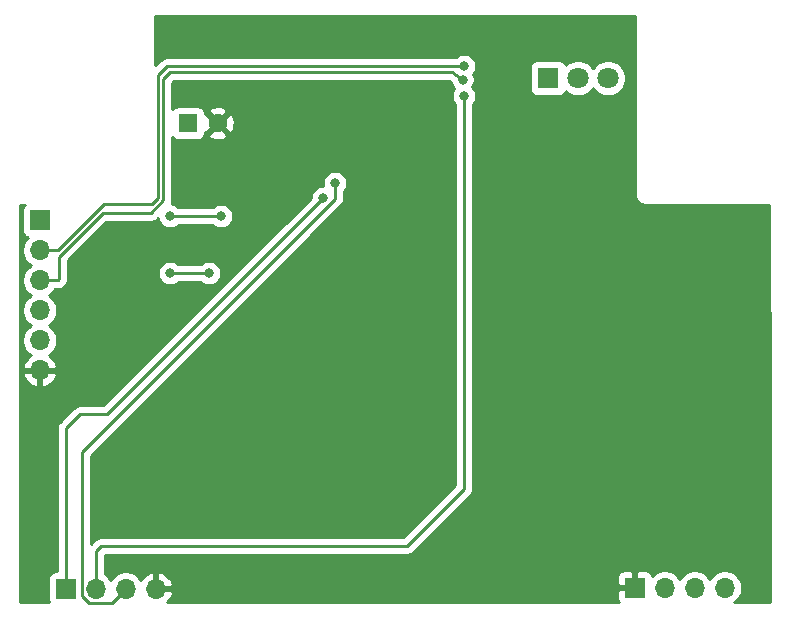
<source format=gbr>
%TF.GenerationSoftware,KiCad,Pcbnew,5.1.9+dfsg1-1*%
%TF.CreationDate,2021-05-25T15:42:46+02:00*%
%TF.ProjectId,vscp-din-wireless-esp32,76736370-2d64-4696-9e2d-776972656c65,rev?*%
%TF.SameCoordinates,Original*%
%TF.FileFunction,Copper,L2,Bot*%
%TF.FilePolarity,Positive*%
%FSLAX46Y46*%
G04 Gerber Fmt 4.6, Leading zero omitted, Abs format (unit mm)*
G04 Created by KiCad (PCBNEW 5.1.9+dfsg1-1) date 2021-05-25 15:42:46*
%MOMM*%
%LPD*%
G01*
G04 APERTURE LIST*
%TA.AperFunction,ComponentPad*%
%ADD10C,1.800000*%
%TD*%
%TA.AperFunction,ComponentPad*%
%ADD11R,1.800000X1.800000*%
%TD*%
%TA.AperFunction,ComponentPad*%
%ADD12C,1.600000*%
%TD*%
%TA.AperFunction,ComponentPad*%
%ADD13R,1.600000X1.600000*%
%TD*%
%TA.AperFunction,ComponentPad*%
%ADD14O,1.700000X1.700000*%
%TD*%
%TA.AperFunction,ComponentPad*%
%ADD15R,1.700000X1.700000*%
%TD*%
%TA.AperFunction,ViaPad*%
%ADD16C,0.800000*%
%TD*%
%TA.AperFunction,Conductor*%
%ADD17C,0.250000*%
%TD*%
%TA.AperFunction,Conductor*%
%ADD18C,0.254000*%
%TD*%
%TA.AperFunction,Conductor*%
%ADD19C,0.100000*%
%TD*%
G04 APERTURE END LIST*
D10*
%TO.P,D1,3*%
%TO.N,/leda*%
X166116000Y-54356000D03*
%TO.P,D1,2*%
%TO.N,Net-(D1-Pad2)*%
X163576000Y-54356000D03*
D11*
%TO.P,D1,1*%
%TO.N,/ledb*%
X161036000Y-54356000D03*
%TD*%
D12*
%TO.P,C2,2*%
%TO.N,GND*%
X133056000Y-58166000D03*
D13*
%TO.P,C2,1*%
%TO.N,VCC*%
X130556000Y-58166000D03*
%TD*%
D14*
%TO.P,J1,4*%
%TO.N,GND*%
X127820000Y-97600000D03*
%TO.P,J1,3*%
%TO.N,/scl*%
X125280000Y-97600000D03*
%TO.P,J1,2*%
%TO.N,/sda*%
X122740000Y-97600000D03*
D15*
%TO.P,J1,1*%
%TO.N,/irq*%
X120200000Y-97600000D03*
%TD*%
D14*
%TO.P,J2,4*%
%TO.N,Net-(J2-Pad4)*%
X176000000Y-97500000D03*
%TO.P,J2,3*%
%TO.N,Net-(J2-Pad3)*%
X173460000Y-97500000D03*
%TO.P,J2,2*%
%TO.N,VCC*%
X170920000Y-97500000D03*
D15*
%TO.P,J2,1*%
%TO.N,GND*%
X168380000Y-97500000D03*
%TD*%
D14*
%TO.P,J3,6*%
%TO.N,GND*%
X118010600Y-79095000D03*
%TO.P,J3,5*%
%TO.N,VCC*%
X118010600Y-76555000D03*
%TO.P,J3,4*%
%TO.N,/RESET*%
X118010600Y-74015000D03*
%TO.P,J3,3*%
%TO.N,/RXD*%
X118010600Y-71475000D03*
%TO.P,J3,2*%
%TO.N,/TXD*%
X118010600Y-68935000D03*
D15*
%TO.P,J3,1*%
%TO.N,/FLASH*%
X118010600Y-66395000D03*
%TD*%
D16*
%TO.N,GND*%
X151638000Y-57912000D03*
X133096000Y-50038000D03*
X142240000Y-50038000D03*
X173736000Y-90932000D03*
X127762000Y-73914000D03*
X124714000Y-70104000D03*
X160274000Y-58166000D03*
X166370000Y-51562000D03*
X137668000Y-55118000D03*
X132588000Y-60706000D03*
X133858000Y-69342000D03*
%TO.N,/reset*%
X132334000Y-70866000D03*
X129032000Y-70866000D03*
%TO.N,/sda*%
X153924000Y-55880000D03*
%TO.N,/scl*%
X143002000Y-63246000D03*
%TO.N,/TXD*%
X153924000Y-53340000D03*
%TO.N,/RXD*%
X153804000Y-54476000D03*
%TO.N,/irq*%
X141986000Y-64516000D03*
%TO.N,Net-(R5-Pad1)*%
X133350000Y-66040000D03*
X129032000Y-66040000D03*
%TD*%
D17*
%TO.N,/reset*%
X129032000Y-70866000D02*
X132334000Y-70866000D01*
%TO.N,/sda*%
X153924000Y-55880000D02*
X153924000Y-89154000D01*
X153924000Y-89154000D02*
X149098000Y-93980000D01*
X149098000Y-93980000D02*
X123190000Y-93980000D01*
X122740000Y-94430000D02*
X122740000Y-97600000D01*
X123190000Y-93980000D02*
X122740000Y-94430000D01*
%TO.N,/scl*%
X124104999Y-98775001D02*
X125280000Y-97600000D01*
X122175999Y-98775001D02*
X124104999Y-98775001D01*
X121564999Y-98164001D02*
X122175999Y-98775001D01*
X121564999Y-86010003D02*
X121564999Y-98164001D01*
X143002000Y-64573002D02*
X121564999Y-86010003D01*
X143002000Y-63246000D02*
X143002000Y-64573002D01*
%TO.N,/TXD*%
X118010600Y-68935000D02*
X119533000Y-68935000D01*
X119533000Y-68935000D02*
X123444000Y-65024000D01*
X123444000Y-65024000D02*
X127508000Y-65024000D01*
X127508000Y-65024000D02*
X128016000Y-64516000D01*
X128016000Y-64516000D02*
X128016000Y-54102000D01*
X128016000Y-54102000D02*
X128778000Y-53340000D01*
X152457002Y-53340000D02*
X153924000Y-53340000D01*
X128778000Y-53340000D02*
X152457002Y-53340000D01*
%TO.N,/RXD*%
X119634000Y-71374000D02*
X119533000Y-71475000D01*
X119634000Y-69470410D02*
X119634000Y-71374000D01*
X128466010Y-54413990D02*
X128466009Y-64702401D01*
X129032000Y-53848000D02*
X128466010Y-54413990D01*
X152908000Y-53848000D02*
X129032000Y-53848000D01*
X119533000Y-71475000D02*
X118010600Y-71475000D01*
X128466009Y-64702401D02*
X127382410Y-65786000D01*
X153804000Y-54476000D02*
X152908000Y-53848000D01*
X123318410Y-65786000D02*
X119634000Y-69470410D01*
X127382410Y-65786000D02*
X123318410Y-65786000D01*
%TO.N,/irq*%
X141986000Y-64516000D02*
X123698000Y-82804000D01*
X123698000Y-82804000D02*
X121412000Y-82804000D01*
X120200000Y-84016000D02*
X120200000Y-97600000D01*
X121412000Y-82804000D02*
X120200000Y-84016000D01*
%TO.N,Net-(R5-Pad1)*%
X133350000Y-66040000D02*
X129032000Y-66040000D01*
%TD*%
D18*
%TO.N,GND*%
X168440000Y-64367581D02*
X168436807Y-64400000D01*
X168449550Y-64529383D01*
X168487290Y-64653793D01*
X168548575Y-64768450D01*
X168616639Y-64851386D01*
X168631052Y-64868948D01*
X168731550Y-64951425D01*
X168846207Y-65012710D01*
X168970617Y-65050450D01*
X169100000Y-65063193D01*
X169132419Y-65060000D01*
X179707144Y-65060000D01*
X179840000Y-82995605D01*
X179840000Y-98740000D01*
X176817138Y-98740000D01*
X176946632Y-98653475D01*
X177153475Y-98446632D01*
X177315990Y-98203411D01*
X177427932Y-97933158D01*
X177485000Y-97646260D01*
X177485000Y-97353740D01*
X177427932Y-97066842D01*
X177315990Y-96796589D01*
X177153475Y-96553368D01*
X176946632Y-96346525D01*
X176703411Y-96184010D01*
X176433158Y-96072068D01*
X176146260Y-96015000D01*
X175853740Y-96015000D01*
X175566842Y-96072068D01*
X175296589Y-96184010D01*
X175053368Y-96346525D01*
X174846525Y-96553368D01*
X174730000Y-96727760D01*
X174613475Y-96553368D01*
X174406632Y-96346525D01*
X174163411Y-96184010D01*
X173893158Y-96072068D01*
X173606260Y-96015000D01*
X173313740Y-96015000D01*
X173026842Y-96072068D01*
X172756589Y-96184010D01*
X172513368Y-96346525D01*
X172306525Y-96553368D01*
X172190000Y-96727760D01*
X172073475Y-96553368D01*
X171866632Y-96346525D01*
X171623411Y-96184010D01*
X171353158Y-96072068D01*
X171066260Y-96015000D01*
X170773740Y-96015000D01*
X170486842Y-96072068D01*
X170216589Y-96184010D01*
X169973368Y-96346525D01*
X169841513Y-96478380D01*
X169819502Y-96405820D01*
X169760537Y-96295506D01*
X169681185Y-96198815D01*
X169584494Y-96119463D01*
X169474180Y-96060498D01*
X169354482Y-96024188D01*
X169230000Y-96011928D01*
X168665750Y-96015000D01*
X168507000Y-96173750D01*
X168507000Y-97373000D01*
X168527000Y-97373000D01*
X168527000Y-97627000D01*
X168507000Y-97627000D01*
X168507000Y-97647000D01*
X168253000Y-97647000D01*
X168253000Y-97627000D01*
X167053750Y-97627000D01*
X166895000Y-97785750D01*
X166891928Y-98350000D01*
X166904188Y-98474482D01*
X166940498Y-98594180D01*
X166999463Y-98704494D01*
X167028602Y-98740000D01*
X128763408Y-98740000D01*
X128820269Y-98697588D01*
X129015178Y-98481355D01*
X129164157Y-98231252D01*
X129261481Y-97956891D01*
X129140814Y-97727000D01*
X127947000Y-97727000D01*
X127947000Y-97747000D01*
X127693000Y-97747000D01*
X127693000Y-97727000D01*
X127673000Y-97727000D01*
X127673000Y-97473000D01*
X127693000Y-97473000D01*
X127693000Y-96279845D01*
X127947000Y-96279845D01*
X127947000Y-97473000D01*
X129140814Y-97473000D01*
X129261481Y-97243109D01*
X129164157Y-96968748D01*
X129015178Y-96718645D01*
X128953303Y-96650000D01*
X166891928Y-96650000D01*
X166895000Y-97214250D01*
X167053750Y-97373000D01*
X168253000Y-97373000D01*
X168253000Y-96173750D01*
X168094250Y-96015000D01*
X167530000Y-96011928D01*
X167405518Y-96024188D01*
X167285820Y-96060498D01*
X167175506Y-96119463D01*
X167078815Y-96198815D01*
X166999463Y-96295506D01*
X166940498Y-96405820D01*
X166904188Y-96525518D01*
X166891928Y-96650000D01*
X128953303Y-96650000D01*
X128820269Y-96502412D01*
X128586920Y-96328359D01*
X128324099Y-96203175D01*
X128176890Y-96158524D01*
X127947000Y-96279845D01*
X127693000Y-96279845D01*
X127463110Y-96158524D01*
X127315901Y-96203175D01*
X127053080Y-96328359D01*
X126819731Y-96502412D01*
X126624822Y-96718645D01*
X126555195Y-96835534D01*
X126433475Y-96653368D01*
X126226632Y-96446525D01*
X125983411Y-96284010D01*
X125713158Y-96172068D01*
X125426260Y-96115000D01*
X125133740Y-96115000D01*
X124846842Y-96172068D01*
X124576589Y-96284010D01*
X124333368Y-96446525D01*
X124126525Y-96653368D01*
X124010000Y-96827760D01*
X123893475Y-96653368D01*
X123686632Y-96446525D01*
X123500000Y-96321822D01*
X123500000Y-94744801D01*
X123504801Y-94740000D01*
X149060678Y-94740000D01*
X149098000Y-94743676D01*
X149135322Y-94740000D01*
X149135333Y-94740000D01*
X149246986Y-94729003D01*
X149390247Y-94685546D01*
X149522276Y-94614974D01*
X149638001Y-94520001D01*
X149661804Y-94490997D01*
X154435003Y-89717799D01*
X154464001Y-89694001D01*
X154558974Y-89578276D01*
X154629546Y-89446247D01*
X154673003Y-89302986D01*
X154684000Y-89191333D01*
X154684000Y-89191325D01*
X154687676Y-89154000D01*
X154684000Y-89116675D01*
X154684000Y-56583711D01*
X154727937Y-56539774D01*
X154841205Y-56370256D01*
X154919226Y-56181898D01*
X154959000Y-55981939D01*
X154959000Y-55778061D01*
X154919226Y-55578102D01*
X154841205Y-55389744D01*
X154727937Y-55220226D01*
X154622176Y-55114465D01*
X154721205Y-54966256D01*
X154799226Y-54777898D01*
X154839000Y-54577939D01*
X154839000Y-54374061D01*
X154799226Y-54174102D01*
X154727286Y-54000425D01*
X154727937Y-53999774D01*
X154841205Y-53830256D01*
X154919226Y-53641898D01*
X154956203Y-53456000D01*
X159497928Y-53456000D01*
X159497928Y-55256000D01*
X159510188Y-55380482D01*
X159546498Y-55500180D01*
X159605463Y-55610494D01*
X159684815Y-55707185D01*
X159781506Y-55786537D01*
X159891820Y-55845502D01*
X160011518Y-55881812D01*
X160136000Y-55894072D01*
X161936000Y-55894072D01*
X162060482Y-55881812D01*
X162180180Y-55845502D01*
X162290494Y-55786537D01*
X162387185Y-55707185D01*
X162466537Y-55610494D01*
X162525502Y-55500180D01*
X162531056Y-55481873D01*
X162597495Y-55548312D01*
X162848905Y-55716299D01*
X163128257Y-55832011D01*
X163424816Y-55891000D01*
X163727184Y-55891000D01*
X164023743Y-55832011D01*
X164303095Y-55716299D01*
X164554505Y-55548312D01*
X164768312Y-55334505D01*
X164846000Y-55218237D01*
X164923688Y-55334505D01*
X165137495Y-55548312D01*
X165388905Y-55716299D01*
X165668257Y-55832011D01*
X165964816Y-55891000D01*
X166267184Y-55891000D01*
X166563743Y-55832011D01*
X166843095Y-55716299D01*
X167094505Y-55548312D01*
X167308312Y-55334505D01*
X167476299Y-55083095D01*
X167592011Y-54803743D01*
X167651000Y-54507184D01*
X167651000Y-54204816D01*
X167592011Y-53908257D01*
X167476299Y-53628905D01*
X167308312Y-53377495D01*
X167094505Y-53163688D01*
X166843095Y-52995701D01*
X166563743Y-52879989D01*
X166267184Y-52821000D01*
X165964816Y-52821000D01*
X165668257Y-52879989D01*
X165388905Y-52995701D01*
X165137495Y-53163688D01*
X164923688Y-53377495D01*
X164846000Y-53493763D01*
X164768312Y-53377495D01*
X164554505Y-53163688D01*
X164303095Y-52995701D01*
X164023743Y-52879989D01*
X163727184Y-52821000D01*
X163424816Y-52821000D01*
X163128257Y-52879989D01*
X162848905Y-52995701D01*
X162597495Y-53163688D01*
X162531056Y-53230127D01*
X162525502Y-53211820D01*
X162466537Y-53101506D01*
X162387185Y-53004815D01*
X162290494Y-52925463D01*
X162180180Y-52866498D01*
X162060482Y-52830188D01*
X161936000Y-52817928D01*
X160136000Y-52817928D01*
X160011518Y-52830188D01*
X159891820Y-52866498D01*
X159781506Y-52925463D01*
X159684815Y-53004815D01*
X159605463Y-53101506D01*
X159546498Y-53211820D01*
X159510188Y-53331518D01*
X159497928Y-53456000D01*
X154956203Y-53456000D01*
X154959000Y-53441939D01*
X154959000Y-53238061D01*
X154919226Y-53038102D01*
X154841205Y-52849744D01*
X154727937Y-52680226D01*
X154583774Y-52536063D01*
X154414256Y-52422795D01*
X154225898Y-52344774D01*
X154025939Y-52305000D01*
X153822061Y-52305000D01*
X153622102Y-52344774D01*
X153433744Y-52422795D01*
X153264226Y-52536063D01*
X153220289Y-52580000D01*
X128815325Y-52580000D01*
X128778000Y-52576324D01*
X128740675Y-52580000D01*
X128740667Y-52580000D01*
X128629014Y-52590997D01*
X128485753Y-52634454D01*
X128353724Y-52705026D01*
X128237999Y-52799999D01*
X128214201Y-52828998D01*
X127760000Y-53283199D01*
X127760000Y-49060000D01*
X168440001Y-49060000D01*
X168440000Y-64367581D01*
%TA.AperFunction,Conductor*%
D19*
G36*
X168440000Y-64367581D02*
G01*
X168436807Y-64400000D01*
X168449550Y-64529383D01*
X168487290Y-64653793D01*
X168548575Y-64768450D01*
X168616639Y-64851386D01*
X168631052Y-64868948D01*
X168731550Y-64951425D01*
X168846207Y-65012710D01*
X168970617Y-65050450D01*
X169100000Y-65063193D01*
X169132419Y-65060000D01*
X179707144Y-65060000D01*
X179840000Y-82995605D01*
X179840000Y-98740000D01*
X176817138Y-98740000D01*
X176946632Y-98653475D01*
X177153475Y-98446632D01*
X177315990Y-98203411D01*
X177427932Y-97933158D01*
X177485000Y-97646260D01*
X177485000Y-97353740D01*
X177427932Y-97066842D01*
X177315990Y-96796589D01*
X177153475Y-96553368D01*
X176946632Y-96346525D01*
X176703411Y-96184010D01*
X176433158Y-96072068D01*
X176146260Y-96015000D01*
X175853740Y-96015000D01*
X175566842Y-96072068D01*
X175296589Y-96184010D01*
X175053368Y-96346525D01*
X174846525Y-96553368D01*
X174730000Y-96727760D01*
X174613475Y-96553368D01*
X174406632Y-96346525D01*
X174163411Y-96184010D01*
X173893158Y-96072068D01*
X173606260Y-96015000D01*
X173313740Y-96015000D01*
X173026842Y-96072068D01*
X172756589Y-96184010D01*
X172513368Y-96346525D01*
X172306525Y-96553368D01*
X172190000Y-96727760D01*
X172073475Y-96553368D01*
X171866632Y-96346525D01*
X171623411Y-96184010D01*
X171353158Y-96072068D01*
X171066260Y-96015000D01*
X170773740Y-96015000D01*
X170486842Y-96072068D01*
X170216589Y-96184010D01*
X169973368Y-96346525D01*
X169841513Y-96478380D01*
X169819502Y-96405820D01*
X169760537Y-96295506D01*
X169681185Y-96198815D01*
X169584494Y-96119463D01*
X169474180Y-96060498D01*
X169354482Y-96024188D01*
X169230000Y-96011928D01*
X168665750Y-96015000D01*
X168507000Y-96173750D01*
X168507000Y-97373000D01*
X168527000Y-97373000D01*
X168527000Y-97627000D01*
X168507000Y-97627000D01*
X168507000Y-97647000D01*
X168253000Y-97647000D01*
X168253000Y-97627000D01*
X167053750Y-97627000D01*
X166895000Y-97785750D01*
X166891928Y-98350000D01*
X166904188Y-98474482D01*
X166940498Y-98594180D01*
X166999463Y-98704494D01*
X167028602Y-98740000D01*
X128763408Y-98740000D01*
X128820269Y-98697588D01*
X129015178Y-98481355D01*
X129164157Y-98231252D01*
X129261481Y-97956891D01*
X129140814Y-97727000D01*
X127947000Y-97727000D01*
X127947000Y-97747000D01*
X127693000Y-97747000D01*
X127693000Y-97727000D01*
X127673000Y-97727000D01*
X127673000Y-97473000D01*
X127693000Y-97473000D01*
X127693000Y-96279845D01*
X127947000Y-96279845D01*
X127947000Y-97473000D01*
X129140814Y-97473000D01*
X129261481Y-97243109D01*
X129164157Y-96968748D01*
X129015178Y-96718645D01*
X128953303Y-96650000D01*
X166891928Y-96650000D01*
X166895000Y-97214250D01*
X167053750Y-97373000D01*
X168253000Y-97373000D01*
X168253000Y-96173750D01*
X168094250Y-96015000D01*
X167530000Y-96011928D01*
X167405518Y-96024188D01*
X167285820Y-96060498D01*
X167175506Y-96119463D01*
X167078815Y-96198815D01*
X166999463Y-96295506D01*
X166940498Y-96405820D01*
X166904188Y-96525518D01*
X166891928Y-96650000D01*
X128953303Y-96650000D01*
X128820269Y-96502412D01*
X128586920Y-96328359D01*
X128324099Y-96203175D01*
X128176890Y-96158524D01*
X127947000Y-96279845D01*
X127693000Y-96279845D01*
X127463110Y-96158524D01*
X127315901Y-96203175D01*
X127053080Y-96328359D01*
X126819731Y-96502412D01*
X126624822Y-96718645D01*
X126555195Y-96835534D01*
X126433475Y-96653368D01*
X126226632Y-96446525D01*
X125983411Y-96284010D01*
X125713158Y-96172068D01*
X125426260Y-96115000D01*
X125133740Y-96115000D01*
X124846842Y-96172068D01*
X124576589Y-96284010D01*
X124333368Y-96446525D01*
X124126525Y-96653368D01*
X124010000Y-96827760D01*
X123893475Y-96653368D01*
X123686632Y-96446525D01*
X123500000Y-96321822D01*
X123500000Y-94744801D01*
X123504801Y-94740000D01*
X149060678Y-94740000D01*
X149098000Y-94743676D01*
X149135322Y-94740000D01*
X149135333Y-94740000D01*
X149246986Y-94729003D01*
X149390247Y-94685546D01*
X149522276Y-94614974D01*
X149638001Y-94520001D01*
X149661804Y-94490997D01*
X154435003Y-89717799D01*
X154464001Y-89694001D01*
X154558974Y-89578276D01*
X154629546Y-89446247D01*
X154673003Y-89302986D01*
X154684000Y-89191333D01*
X154684000Y-89191325D01*
X154687676Y-89154000D01*
X154684000Y-89116675D01*
X154684000Y-56583711D01*
X154727937Y-56539774D01*
X154841205Y-56370256D01*
X154919226Y-56181898D01*
X154959000Y-55981939D01*
X154959000Y-55778061D01*
X154919226Y-55578102D01*
X154841205Y-55389744D01*
X154727937Y-55220226D01*
X154622176Y-55114465D01*
X154721205Y-54966256D01*
X154799226Y-54777898D01*
X154839000Y-54577939D01*
X154839000Y-54374061D01*
X154799226Y-54174102D01*
X154727286Y-54000425D01*
X154727937Y-53999774D01*
X154841205Y-53830256D01*
X154919226Y-53641898D01*
X154956203Y-53456000D01*
X159497928Y-53456000D01*
X159497928Y-55256000D01*
X159510188Y-55380482D01*
X159546498Y-55500180D01*
X159605463Y-55610494D01*
X159684815Y-55707185D01*
X159781506Y-55786537D01*
X159891820Y-55845502D01*
X160011518Y-55881812D01*
X160136000Y-55894072D01*
X161936000Y-55894072D01*
X162060482Y-55881812D01*
X162180180Y-55845502D01*
X162290494Y-55786537D01*
X162387185Y-55707185D01*
X162466537Y-55610494D01*
X162525502Y-55500180D01*
X162531056Y-55481873D01*
X162597495Y-55548312D01*
X162848905Y-55716299D01*
X163128257Y-55832011D01*
X163424816Y-55891000D01*
X163727184Y-55891000D01*
X164023743Y-55832011D01*
X164303095Y-55716299D01*
X164554505Y-55548312D01*
X164768312Y-55334505D01*
X164846000Y-55218237D01*
X164923688Y-55334505D01*
X165137495Y-55548312D01*
X165388905Y-55716299D01*
X165668257Y-55832011D01*
X165964816Y-55891000D01*
X166267184Y-55891000D01*
X166563743Y-55832011D01*
X166843095Y-55716299D01*
X167094505Y-55548312D01*
X167308312Y-55334505D01*
X167476299Y-55083095D01*
X167592011Y-54803743D01*
X167651000Y-54507184D01*
X167651000Y-54204816D01*
X167592011Y-53908257D01*
X167476299Y-53628905D01*
X167308312Y-53377495D01*
X167094505Y-53163688D01*
X166843095Y-52995701D01*
X166563743Y-52879989D01*
X166267184Y-52821000D01*
X165964816Y-52821000D01*
X165668257Y-52879989D01*
X165388905Y-52995701D01*
X165137495Y-53163688D01*
X164923688Y-53377495D01*
X164846000Y-53493763D01*
X164768312Y-53377495D01*
X164554505Y-53163688D01*
X164303095Y-52995701D01*
X164023743Y-52879989D01*
X163727184Y-52821000D01*
X163424816Y-52821000D01*
X163128257Y-52879989D01*
X162848905Y-52995701D01*
X162597495Y-53163688D01*
X162531056Y-53230127D01*
X162525502Y-53211820D01*
X162466537Y-53101506D01*
X162387185Y-53004815D01*
X162290494Y-52925463D01*
X162180180Y-52866498D01*
X162060482Y-52830188D01*
X161936000Y-52817928D01*
X160136000Y-52817928D01*
X160011518Y-52830188D01*
X159891820Y-52866498D01*
X159781506Y-52925463D01*
X159684815Y-53004815D01*
X159605463Y-53101506D01*
X159546498Y-53211820D01*
X159510188Y-53331518D01*
X159497928Y-53456000D01*
X154956203Y-53456000D01*
X154959000Y-53441939D01*
X154959000Y-53238061D01*
X154919226Y-53038102D01*
X154841205Y-52849744D01*
X154727937Y-52680226D01*
X154583774Y-52536063D01*
X154414256Y-52422795D01*
X154225898Y-52344774D01*
X154025939Y-52305000D01*
X153822061Y-52305000D01*
X153622102Y-52344774D01*
X153433744Y-52422795D01*
X153264226Y-52536063D01*
X153220289Y-52580000D01*
X128815325Y-52580000D01*
X128778000Y-52576324D01*
X128740675Y-52580000D01*
X128740667Y-52580000D01*
X128629014Y-52590997D01*
X128485753Y-52634454D01*
X128353724Y-52705026D01*
X128237999Y-52799999D01*
X128214201Y-52828998D01*
X127760000Y-53283199D01*
X127760000Y-49060000D01*
X168440001Y-49060000D01*
X168440000Y-64367581D01*
G37*
%TD.AperFunction*%
D18*
X152792281Y-54694980D02*
X152808774Y-54777898D01*
X152886795Y-54966256D01*
X153000063Y-55135774D01*
X153105824Y-55241535D01*
X153006795Y-55389744D01*
X152928774Y-55578102D01*
X152889000Y-55778061D01*
X152889000Y-55981939D01*
X152928774Y-56181898D01*
X153006795Y-56370256D01*
X153120063Y-56539774D01*
X153164000Y-56583711D01*
X153164001Y-88839197D01*
X148783199Y-93220000D01*
X123227322Y-93220000D01*
X123189999Y-93216324D01*
X123152676Y-93220000D01*
X123152667Y-93220000D01*
X123041014Y-93230997D01*
X122897753Y-93274454D01*
X122765723Y-93345026D01*
X122723146Y-93379969D01*
X122649999Y-93439999D01*
X122626196Y-93469003D01*
X122324999Y-93770200D01*
X122324999Y-86324804D01*
X143513003Y-65136801D01*
X143542001Y-65113003D01*
X143636974Y-64997278D01*
X143707546Y-64865249D01*
X143751003Y-64721988D01*
X143762000Y-64610335D01*
X143765677Y-64573002D01*
X143762000Y-64535669D01*
X143762000Y-63949711D01*
X143805937Y-63905774D01*
X143919205Y-63736256D01*
X143997226Y-63547898D01*
X144037000Y-63347939D01*
X144037000Y-63144061D01*
X143997226Y-62944102D01*
X143919205Y-62755744D01*
X143805937Y-62586226D01*
X143661774Y-62442063D01*
X143492256Y-62328795D01*
X143303898Y-62250774D01*
X143103939Y-62211000D01*
X142900061Y-62211000D01*
X142700102Y-62250774D01*
X142511744Y-62328795D01*
X142342226Y-62442063D01*
X142198063Y-62586226D01*
X142084795Y-62755744D01*
X142006774Y-62944102D01*
X141967000Y-63144061D01*
X141967000Y-63347939D01*
X141993467Y-63481000D01*
X141884061Y-63481000D01*
X141684102Y-63520774D01*
X141495744Y-63598795D01*
X141326226Y-63712063D01*
X141182063Y-63856226D01*
X141068795Y-64025744D01*
X140990774Y-64214102D01*
X140951000Y-64414061D01*
X140951000Y-64476198D01*
X123383199Y-82044000D01*
X121449323Y-82044000D01*
X121412000Y-82040324D01*
X121374677Y-82044000D01*
X121374667Y-82044000D01*
X121263014Y-82054997D01*
X121119753Y-82098454D01*
X120987724Y-82169026D01*
X120871999Y-82263999D01*
X120848201Y-82292997D01*
X119689003Y-83452196D01*
X119659999Y-83475999D01*
X119604871Y-83543174D01*
X119565026Y-83591724D01*
X119494455Y-83723753D01*
X119494454Y-83723754D01*
X119450997Y-83867015D01*
X119440000Y-83978668D01*
X119440000Y-83978678D01*
X119436324Y-84016000D01*
X119440000Y-84053322D01*
X119440001Y-96111928D01*
X119350000Y-96111928D01*
X119225518Y-96124188D01*
X119105820Y-96160498D01*
X118995506Y-96219463D01*
X118898815Y-96298815D01*
X118819463Y-96395506D01*
X118760498Y-96505820D01*
X118724188Y-96625518D01*
X118711928Y-96750000D01*
X118711928Y-98450000D01*
X118724188Y-98574482D01*
X118760498Y-98694180D01*
X118784990Y-98740000D01*
X116360000Y-98740000D01*
X116360000Y-79451890D01*
X116569124Y-79451890D01*
X116613775Y-79599099D01*
X116738959Y-79861920D01*
X116913012Y-80095269D01*
X117129245Y-80290178D01*
X117379348Y-80439157D01*
X117653709Y-80536481D01*
X117883600Y-80415814D01*
X117883600Y-79222000D01*
X118137600Y-79222000D01*
X118137600Y-80415814D01*
X118367491Y-80536481D01*
X118641852Y-80439157D01*
X118891955Y-80290178D01*
X119108188Y-80095269D01*
X119282241Y-79861920D01*
X119407425Y-79599099D01*
X119452076Y-79451890D01*
X119330755Y-79222000D01*
X118137600Y-79222000D01*
X117883600Y-79222000D01*
X116690445Y-79222000D01*
X116569124Y-79451890D01*
X116360000Y-79451890D01*
X116360000Y-65060000D01*
X116750619Y-65060000D01*
X116709415Y-65093815D01*
X116630063Y-65190506D01*
X116571098Y-65300820D01*
X116534788Y-65420518D01*
X116522528Y-65545000D01*
X116522528Y-67245000D01*
X116534788Y-67369482D01*
X116571098Y-67489180D01*
X116630063Y-67599494D01*
X116709415Y-67696185D01*
X116806106Y-67775537D01*
X116916420Y-67834502D01*
X116988980Y-67856513D01*
X116857125Y-67988368D01*
X116694610Y-68231589D01*
X116582668Y-68501842D01*
X116525600Y-68788740D01*
X116525600Y-69081260D01*
X116582668Y-69368158D01*
X116694610Y-69638411D01*
X116857125Y-69881632D01*
X117063968Y-70088475D01*
X117238360Y-70205000D01*
X117063968Y-70321525D01*
X116857125Y-70528368D01*
X116694610Y-70771589D01*
X116582668Y-71041842D01*
X116525600Y-71328740D01*
X116525600Y-71621260D01*
X116582668Y-71908158D01*
X116694610Y-72178411D01*
X116857125Y-72421632D01*
X117063968Y-72628475D01*
X117238360Y-72745000D01*
X117063968Y-72861525D01*
X116857125Y-73068368D01*
X116694610Y-73311589D01*
X116582668Y-73581842D01*
X116525600Y-73868740D01*
X116525600Y-74161260D01*
X116582668Y-74448158D01*
X116694610Y-74718411D01*
X116857125Y-74961632D01*
X117063968Y-75168475D01*
X117238360Y-75285000D01*
X117063968Y-75401525D01*
X116857125Y-75608368D01*
X116694610Y-75851589D01*
X116582668Y-76121842D01*
X116525600Y-76408740D01*
X116525600Y-76701260D01*
X116582668Y-76988158D01*
X116694610Y-77258411D01*
X116857125Y-77501632D01*
X117063968Y-77708475D01*
X117246134Y-77830195D01*
X117129245Y-77899822D01*
X116913012Y-78094731D01*
X116738959Y-78328080D01*
X116613775Y-78590901D01*
X116569124Y-78738110D01*
X116690445Y-78968000D01*
X117883600Y-78968000D01*
X117883600Y-78948000D01*
X118137600Y-78948000D01*
X118137600Y-78968000D01*
X119330755Y-78968000D01*
X119452076Y-78738110D01*
X119407425Y-78590901D01*
X119282241Y-78328080D01*
X119108188Y-78094731D01*
X118891955Y-77899822D01*
X118775066Y-77830195D01*
X118957232Y-77708475D01*
X119164075Y-77501632D01*
X119326590Y-77258411D01*
X119438532Y-76988158D01*
X119495600Y-76701260D01*
X119495600Y-76408740D01*
X119438532Y-76121842D01*
X119326590Y-75851589D01*
X119164075Y-75608368D01*
X118957232Y-75401525D01*
X118782840Y-75285000D01*
X118957232Y-75168475D01*
X119164075Y-74961632D01*
X119326590Y-74718411D01*
X119438532Y-74448158D01*
X119495600Y-74161260D01*
X119495600Y-73868740D01*
X119438532Y-73581842D01*
X119326590Y-73311589D01*
X119164075Y-73068368D01*
X118957232Y-72861525D01*
X118782840Y-72745000D01*
X118957232Y-72628475D01*
X119164075Y-72421632D01*
X119288778Y-72235000D01*
X119495678Y-72235000D01*
X119533000Y-72238676D01*
X119570322Y-72235000D01*
X119570333Y-72235000D01*
X119681986Y-72224003D01*
X119825247Y-72180546D01*
X119957276Y-72109974D01*
X120073001Y-72015001D01*
X120096804Y-71985997D01*
X120144997Y-71937804D01*
X120174001Y-71914001D01*
X120268974Y-71798276D01*
X120339546Y-71666247D01*
X120383003Y-71522986D01*
X120394000Y-71411333D01*
X120397677Y-71374000D01*
X120394000Y-71336667D01*
X120394000Y-70764061D01*
X127997000Y-70764061D01*
X127997000Y-70967939D01*
X128036774Y-71167898D01*
X128114795Y-71356256D01*
X128228063Y-71525774D01*
X128372226Y-71669937D01*
X128541744Y-71783205D01*
X128730102Y-71861226D01*
X128930061Y-71901000D01*
X129133939Y-71901000D01*
X129333898Y-71861226D01*
X129522256Y-71783205D01*
X129691774Y-71669937D01*
X129735711Y-71626000D01*
X131630289Y-71626000D01*
X131674226Y-71669937D01*
X131843744Y-71783205D01*
X132032102Y-71861226D01*
X132232061Y-71901000D01*
X132435939Y-71901000D01*
X132635898Y-71861226D01*
X132824256Y-71783205D01*
X132993774Y-71669937D01*
X133137937Y-71525774D01*
X133251205Y-71356256D01*
X133329226Y-71167898D01*
X133369000Y-70967939D01*
X133369000Y-70764061D01*
X133329226Y-70564102D01*
X133251205Y-70375744D01*
X133137937Y-70206226D01*
X132993774Y-70062063D01*
X132824256Y-69948795D01*
X132635898Y-69870774D01*
X132435939Y-69831000D01*
X132232061Y-69831000D01*
X132032102Y-69870774D01*
X131843744Y-69948795D01*
X131674226Y-70062063D01*
X131630289Y-70106000D01*
X129735711Y-70106000D01*
X129691774Y-70062063D01*
X129522256Y-69948795D01*
X129333898Y-69870774D01*
X129133939Y-69831000D01*
X128930061Y-69831000D01*
X128730102Y-69870774D01*
X128541744Y-69948795D01*
X128372226Y-70062063D01*
X128228063Y-70206226D01*
X128114795Y-70375744D01*
X128036774Y-70564102D01*
X127997000Y-70764061D01*
X120394000Y-70764061D01*
X120394000Y-69785211D01*
X123633212Y-66546000D01*
X127345088Y-66546000D01*
X127382410Y-66549676D01*
X127419732Y-66546000D01*
X127419743Y-66546000D01*
X127531396Y-66535003D01*
X127674657Y-66491546D01*
X127806686Y-66420974D01*
X127922411Y-66326001D01*
X127946213Y-66296998D01*
X128014300Y-66228911D01*
X128036774Y-66341898D01*
X128114795Y-66530256D01*
X128228063Y-66699774D01*
X128372226Y-66843937D01*
X128541744Y-66957205D01*
X128730102Y-67035226D01*
X128930061Y-67075000D01*
X129133939Y-67075000D01*
X129333898Y-67035226D01*
X129522256Y-66957205D01*
X129691774Y-66843937D01*
X129735711Y-66800000D01*
X132646289Y-66800000D01*
X132690226Y-66843937D01*
X132859744Y-66957205D01*
X133048102Y-67035226D01*
X133248061Y-67075000D01*
X133451939Y-67075000D01*
X133651898Y-67035226D01*
X133840256Y-66957205D01*
X134009774Y-66843937D01*
X134153937Y-66699774D01*
X134267205Y-66530256D01*
X134345226Y-66341898D01*
X134385000Y-66141939D01*
X134385000Y-65938061D01*
X134345226Y-65738102D01*
X134267205Y-65549744D01*
X134153937Y-65380226D01*
X134009774Y-65236063D01*
X133840256Y-65122795D01*
X133651898Y-65044774D01*
X133451939Y-65005000D01*
X133248061Y-65005000D01*
X133048102Y-65044774D01*
X132859744Y-65122795D01*
X132690226Y-65236063D01*
X132646289Y-65280000D01*
X129735711Y-65280000D01*
X129691774Y-65236063D01*
X129522256Y-65122795D01*
X129333898Y-65044774D01*
X129162938Y-65010768D01*
X129171554Y-64994648D01*
X129215011Y-64851388D01*
X129229685Y-64702402D01*
X129226008Y-64665069D01*
X129226009Y-59321159D01*
X129304815Y-59417185D01*
X129401506Y-59496537D01*
X129511820Y-59555502D01*
X129631518Y-59591812D01*
X129756000Y-59604072D01*
X131356000Y-59604072D01*
X131480482Y-59591812D01*
X131600180Y-59555502D01*
X131710494Y-59496537D01*
X131807185Y-59417185D01*
X131886537Y-59320494D01*
X131945502Y-59210180D01*
X131961117Y-59158702D01*
X132242903Y-59158702D01*
X132314486Y-59402671D01*
X132569996Y-59523571D01*
X132844184Y-59592300D01*
X133126512Y-59606217D01*
X133406130Y-59564787D01*
X133672292Y-59469603D01*
X133797514Y-59402671D01*
X133869097Y-59158702D01*
X133056000Y-58345605D01*
X132242903Y-59158702D01*
X131961117Y-59158702D01*
X131981812Y-59090482D01*
X131994072Y-58966000D01*
X131994072Y-58958785D01*
X132063298Y-58979097D01*
X132876395Y-58166000D01*
X133235605Y-58166000D01*
X134048702Y-58979097D01*
X134292671Y-58907514D01*
X134413571Y-58652004D01*
X134482300Y-58377816D01*
X134496217Y-58095488D01*
X134454787Y-57815870D01*
X134359603Y-57549708D01*
X134292671Y-57424486D01*
X134048702Y-57352903D01*
X133235605Y-58166000D01*
X132876395Y-58166000D01*
X132063298Y-57352903D01*
X131994072Y-57373215D01*
X131994072Y-57366000D01*
X131981812Y-57241518D01*
X131961118Y-57173298D01*
X132242903Y-57173298D01*
X133056000Y-57986395D01*
X133869097Y-57173298D01*
X133797514Y-56929329D01*
X133542004Y-56808429D01*
X133267816Y-56739700D01*
X132985488Y-56725783D01*
X132705870Y-56767213D01*
X132439708Y-56862397D01*
X132314486Y-56929329D01*
X132242903Y-57173298D01*
X131961118Y-57173298D01*
X131945502Y-57121820D01*
X131886537Y-57011506D01*
X131807185Y-56914815D01*
X131710494Y-56835463D01*
X131600180Y-56776498D01*
X131480482Y-56740188D01*
X131356000Y-56727928D01*
X129756000Y-56727928D01*
X129631518Y-56740188D01*
X129511820Y-56776498D01*
X129401506Y-56835463D01*
X129304815Y-56914815D01*
X129226009Y-57010840D01*
X129226010Y-54728791D01*
X129346802Y-54608000D01*
X152668182Y-54608000D01*
X152792281Y-54694980D01*
%TA.AperFunction,Conductor*%
D19*
G36*
X152792281Y-54694980D02*
G01*
X152808774Y-54777898D01*
X152886795Y-54966256D01*
X153000063Y-55135774D01*
X153105824Y-55241535D01*
X153006795Y-55389744D01*
X152928774Y-55578102D01*
X152889000Y-55778061D01*
X152889000Y-55981939D01*
X152928774Y-56181898D01*
X153006795Y-56370256D01*
X153120063Y-56539774D01*
X153164000Y-56583711D01*
X153164001Y-88839197D01*
X148783199Y-93220000D01*
X123227322Y-93220000D01*
X123189999Y-93216324D01*
X123152676Y-93220000D01*
X123152667Y-93220000D01*
X123041014Y-93230997D01*
X122897753Y-93274454D01*
X122765723Y-93345026D01*
X122723146Y-93379969D01*
X122649999Y-93439999D01*
X122626196Y-93469003D01*
X122324999Y-93770200D01*
X122324999Y-86324804D01*
X143513003Y-65136801D01*
X143542001Y-65113003D01*
X143636974Y-64997278D01*
X143707546Y-64865249D01*
X143751003Y-64721988D01*
X143762000Y-64610335D01*
X143765677Y-64573002D01*
X143762000Y-64535669D01*
X143762000Y-63949711D01*
X143805937Y-63905774D01*
X143919205Y-63736256D01*
X143997226Y-63547898D01*
X144037000Y-63347939D01*
X144037000Y-63144061D01*
X143997226Y-62944102D01*
X143919205Y-62755744D01*
X143805937Y-62586226D01*
X143661774Y-62442063D01*
X143492256Y-62328795D01*
X143303898Y-62250774D01*
X143103939Y-62211000D01*
X142900061Y-62211000D01*
X142700102Y-62250774D01*
X142511744Y-62328795D01*
X142342226Y-62442063D01*
X142198063Y-62586226D01*
X142084795Y-62755744D01*
X142006774Y-62944102D01*
X141967000Y-63144061D01*
X141967000Y-63347939D01*
X141993467Y-63481000D01*
X141884061Y-63481000D01*
X141684102Y-63520774D01*
X141495744Y-63598795D01*
X141326226Y-63712063D01*
X141182063Y-63856226D01*
X141068795Y-64025744D01*
X140990774Y-64214102D01*
X140951000Y-64414061D01*
X140951000Y-64476198D01*
X123383199Y-82044000D01*
X121449323Y-82044000D01*
X121412000Y-82040324D01*
X121374677Y-82044000D01*
X121374667Y-82044000D01*
X121263014Y-82054997D01*
X121119753Y-82098454D01*
X120987724Y-82169026D01*
X120871999Y-82263999D01*
X120848201Y-82292997D01*
X119689003Y-83452196D01*
X119659999Y-83475999D01*
X119604871Y-83543174D01*
X119565026Y-83591724D01*
X119494455Y-83723753D01*
X119494454Y-83723754D01*
X119450997Y-83867015D01*
X119440000Y-83978668D01*
X119440000Y-83978678D01*
X119436324Y-84016000D01*
X119440000Y-84053322D01*
X119440001Y-96111928D01*
X119350000Y-96111928D01*
X119225518Y-96124188D01*
X119105820Y-96160498D01*
X118995506Y-96219463D01*
X118898815Y-96298815D01*
X118819463Y-96395506D01*
X118760498Y-96505820D01*
X118724188Y-96625518D01*
X118711928Y-96750000D01*
X118711928Y-98450000D01*
X118724188Y-98574482D01*
X118760498Y-98694180D01*
X118784990Y-98740000D01*
X116360000Y-98740000D01*
X116360000Y-79451890D01*
X116569124Y-79451890D01*
X116613775Y-79599099D01*
X116738959Y-79861920D01*
X116913012Y-80095269D01*
X117129245Y-80290178D01*
X117379348Y-80439157D01*
X117653709Y-80536481D01*
X117883600Y-80415814D01*
X117883600Y-79222000D01*
X118137600Y-79222000D01*
X118137600Y-80415814D01*
X118367491Y-80536481D01*
X118641852Y-80439157D01*
X118891955Y-80290178D01*
X119108188Y-80095269D01*
X119282241Y-79861920D01*
X119407425Y-79599099D01*
X119452076Y-79451890D01*
X119330755Y-79222000D01*
X118137600Y-79222000D01*
X117883600Y-79222000D01*
X116690445Y-79222000D01*
X116569124Y-79451890D01*
X116360000Y-79451890D01*
X116360000Y-65060000D01*
X116750619Y-65060000D01*
X116709415Y-65093815D01*
X116630063Y-65190506D01*
X116571098Y-65300820D01*
X116534788Y-65420518D01*
X116522528Y-65545000D01*
X116522528Y-67245000D01*
X116534788Y-67369482D01*
X116571098Y-67489180D01*
X116630063Y-67599494D01*
X116709415Y-67696185D01*
X116806106Y-67775537D01*
X116916420Y-67834502D01*
X116988980Y-67856513D01*
X116857125Y-67988368D01*
X116694610Y-68231589D01*
X116582668Y-68501842D01*
X116525600Y-68788740D01*
X116525600Y-69081260D01*
X116582668Y-69368158D01*
X116694610Y-69638411D01*
X116857125Y-69881632D01*
X117063968Y-70088475D01*
X117238360Y-70205000D01*
X117063968Y-70321525D01*
X116857125Y-70528368D01*
X116694610Y-70771589D01*
X116582668Y-71041842D01*
X116525600Y-71328740D01*
X116525600Y-71621260D01*
X116582668Y-71908158D01*
X116694610Y-72178411D01*
X116857125Y-72421632D01*
X117063968Y-72628475D01*
X117238360Y-72745000D01*
X117063968Y-72861525D01*
X116857125Y-73068368D01*
X116694610Y-73311589D01*
X116582668Y-73581842D01*
X116525600Y-73868740D01*
X116525600Y-74161260D01*
X116582668Y-74448158D01*
X116694610Y-74718411D01*
X116857125Y-74961632D01*
X117063968Y-75168475D01*
X117238360Y-75285000D01*
X117063968Y-75401525D01*
X116857125Y-75608368D01*
X116694610Y-75851589D01*
X116582668Y-76121842D01*
X116525600Y-76408740D01*
X116525600Y-76701260D01*
X116582668Y-76988158D01*
X116694610Y-77258411D01*
X116857125Y-77501632D01*
X117063968Y-77708475D01*
X117246134Y-77830195D01*
X117129245Y-77899822D01*
X116913012Y-78094731D01*
X116738959Y-78328080D01*
X116613775Y-78590901D01*
X116569124Y-78738110D01*
X116690445Y-78968000D01*
X117883600Y-78968000D01*
X117883600Y-78948000D01*
X118137600Y-78948000D01*
X118137600Y-78968000D01*
X119330755Y-78968000D01*
X119452076Y-78738110D01*
X119407425Y-78590901D01*
X119282241Y-78328080D01*
X119108188Y-78094731D01*
X118891955Y-77899822D01*
X118775066Y-77830195D01*
X118957232Y-77708475D01*
X119164075Y-77501632D01*
X119326590Y-77258411D01*
X119438532Y-76988158D01*
X119495600Y-76701260D01*
X119495600Y-76408740D01*
X119438532Y-76121842D01*
X119326590Y-75851589D01*
X119164075Y-75608368D01*
X118957232Y-75401525D01*
X118782840Y-75285000D01*
X118957232Y-75168475D01*
X119164075Y-74961632D01*
X119326590Y-74718411D01*
X119438532Y-74448158D01*
X119495600Y-74161260D01*
X119495600Y-73868740D01*
X119438532Y-73581842D01*
X119326590Y-73311589D01*
X119164075Y-73068368D01*
X118957232Y-72861525D01*
X118782840Y-72745000D01*
X118957232Y-72628475D01*
X119164075Y-72421632D01*
X119288778Y-72235000D01*
X119495678Y-72235000D01*
X119533000Y-72238676D01*
X119570322Y-72235000D01*
X119570333Y-72235000D01*
X119681986Y-72224003D01*
X119825247Y-72180546D01*
X119957276Y-72109974D01*
X120073001Y-72015001D01*
X120096804Y-71985997D01*
X120144997Y-71937804D01*
X120174001Y-71914001D01*
X120268974Y-71798276D01*
X120339546Y-71666247D01*
X120383003Y-71522986D01*
X120394000Y-71411333D01*
X120397677Y-71374000D01*
X120394000Y-71336667D01*
X120394000Y-70764061D01*
X127997000Y-70764061D01*
X127997000Y-70967939D01*
X128036774Y-71167898D01*
X128114795Y-71356256D01*
X128228063Y-71525774D01*
X128372226Y-71669937D01*
X128541744Y-71783205D01*
X128730102Y-71861226D01*
X128930061Y-71901000D01*
X129133939Y-71901000D01*
X129333898Y-71861226D01*
X129522256Y-71783205D01*
X129691774Y-71669937D01*
X129735711Y-71626000D01*
X131630289Y-71626000D01*
X131674226Y-71669937D01*
X131843744Y-71783205D01*
X132032102Y-71861226D01*
X132232061Y-71901000D01*
X132435939Y-71901000D01*
X132635898Y-71861226D01*
X132824256Y-71783205D01*
X132993774Y-71669937D01*
X133137937Y-71525774D01*
X133251205Y-71356256D01*
X133329226Y-71167898D01*
X133369000Y-70967939D01*
X133369000Y-70764061D01*
X133329226Y-70564102D01*
X133251205Y-70375744D01*
X133137937Y-70206226D01*
X132993774Y-70062063D01*
X132824256Y-69948795D01*
X132635898Y-69870774D01*
X132435939Y-69831000D01*
X132232061Y-69831000D01*
X132032102Y-69870774D01*
X131843744Y-69948795D01*
X131674226Y-70062063D01*
X131630289Y-70106000D01*
X129735711Y-70106000D01*
X129691774Y-70062063D01*
X129522256Y-69948795D01*
X129333898Y-69870774D01*
X129133939Y-69831000D01*
X128930061Y-69831000D01*
X128730102Y-69870774D01*
X128541744Y-69948795D01*
X128372226Y-70062063D01*
X128228063Y-70206226D01*
X128114795Y-70375744D01*
X128036774Y-70564102D01*
X127997000Y-70764061D01*
X120394000Y-70764061D01*
X120394000Y-69785211D01*
X123633212Y-66546000D01*
X127345088Y-66546000D01*
X127382410Y-66549676D01*
X127419732Y-66546000D01*
X127419743Y-66546000D01*
X127531396Y-66535003D01*
X127674657Y-66491546D01*
X127806686Y-66420974D01*
X127922411Y-66326001D01*
X127946213Y-66296998D01*
X128014300Y-66228911D01*
X128036774Y-66341898D01*
X128114795Y-66530256D01*
X128228063Y-66699774D01*
X128372226Y-66843937D01*
X128541744Y-66957205D01*
X128730102Y-67035226D01*
X128930061Y-67075000D01*
X129133939Y-67075000D01*
X129333898Y-67035226D01*
X129522256Y-66957205D01*
X129691774Y-66843937D01*
X129735711Y-66800000D01*
X132646289Y-66800000D01*
X132690226Y-66843937D01*
X132859744Y-66957205D01*
X133048102Y-67035226D01*
X133248061Y-67075000D01*
X133451939Y-67075000D01*
X133651898Y-67035226D01*
X133840256Y-66957205D01*
X134009774Y-66843937D01*
X134153937Y-66699774D01*
X134267205Y-66530256D01*
X134345226Y-66341898D01*
X134385000Y-66141939D01*
X134385000Y-65938061D01*
X134345226Y-65738102D01*
X134267205Y-65549744D01*
X134153937Y-65380226D01*
X134009774Y-65236063D01*
X133840256Y-65122795D01*
X133651898Y-65044774D01*
X133451939Y-65005000D01*
X133248061Y-65005000D01*
X133048102Y-65044774D01*
X132859744Y-65122795D01*
X132690226Y-65236063D01*
X132646289Y-65280000D01*
X129735711Y-65280000D01*
X129691774Y-65236063D01*
X129522256Y-65122795D01*
X129333898Y-65044774D01*
X129162938Y-65010768D01*
X129171554Y-64994648D01*
X129215011Y-64851388D01*
X129229685Y-64702402D01*
X129226008Y-64665069D01*
X129226009Y-59321159D01*
X129304815Y-59417185D01*
X129401506Y-59496537D01*
X129511820Y-59555502D01*
X129631518Y-59591812D01*
X129756000Y-59604072D01*
X131356000Y-59604072D01*
X131480482Y-59591812D01*
X131600180Y-59555502D01*
X131710494Y-59496537D01*
X131807185Y-59417185D01*
X131886537Y-59320494D01*
X131945502Y-59210180D01*
X131961117Y-59158702D01*
X132242903Y-59158702D01*
X132314486Y-59402671D01*
X132569996Y-59523571D01*
X132844184Y-59592300D01*
X133126512Y-59606217D01*
X133406130Y-59564787D01*
X133672292Y-59469603D01*
X133797514Y-59402671D01*
X133869097Y-59158702D01*
X133056000Y-58345605D01*
X132242903Y-59158702D01*
X131961117Y-59158702D01*
X131981812Y-59090482D01*
X131994072Y-58966000D01*
X131994072Y-58958785D01*
X132063298Y-58979097D01*
X132876395Y-58166000D01*
X133235605Y-58166000D01*
X134048702Y-58979097D01*
X134292671Y-58907514D01*
X134413571Y-58652004D01*
X134482300Y-58377816D01*
X134496217Y-58095488D01*
X134454787Y-57815870D01*
X134359603Y-57549708D01*
X134292671Y-57424486D01*
X134048702Y-57352903D01*
X133235605Y-58166000D01*
X132876395Y-58166000D01*
X132063298Y-57352903D01*
X131994072Y-57373215D01*
X131994072Y-57366000D01*
X131981812Y-57241518D01*
X131961118Y-57173298D01*
X132242903Y-57173298D01*
X133056000Y-57986395D01*
X133869097Y-57173298D01*
X133797514Y-56929329D01*
X133542004Y-56808429D01*
X133267816Y-56739700D01*
X132985488Y-56725783D01*
X132705870Y-56767213D01*
X132439708Y-56862397D01*
X132314486Y-56929329D01*
X132242903Y-57173298D01*
X131961118Y-57173298D01*
X131945502Y-57121820D01*
X131886537Y-57011506D01*
X131807185Y-56914815D01*
X131710494Y-56835463D01*
X131600180Y-56776498D01*
X131480482Y-56740188D01*
X131356000Y-56727928D01*
X129756000Y-56727928D01*
X129631518Y-56740188D01*
X129511820Y-56776498D01*
X129401506Y-56835463D01*
X129304815Y-56914815D01*
X129226009Y-57010840D01*
X129226010Y-54728791D01*
X129346802Y-54608000D01*
X152668182Y-54608000D01*
X152792281Y-54694980D01*
G37*
%TD.AperFunction*%
%TD*%
M02*

</source>
